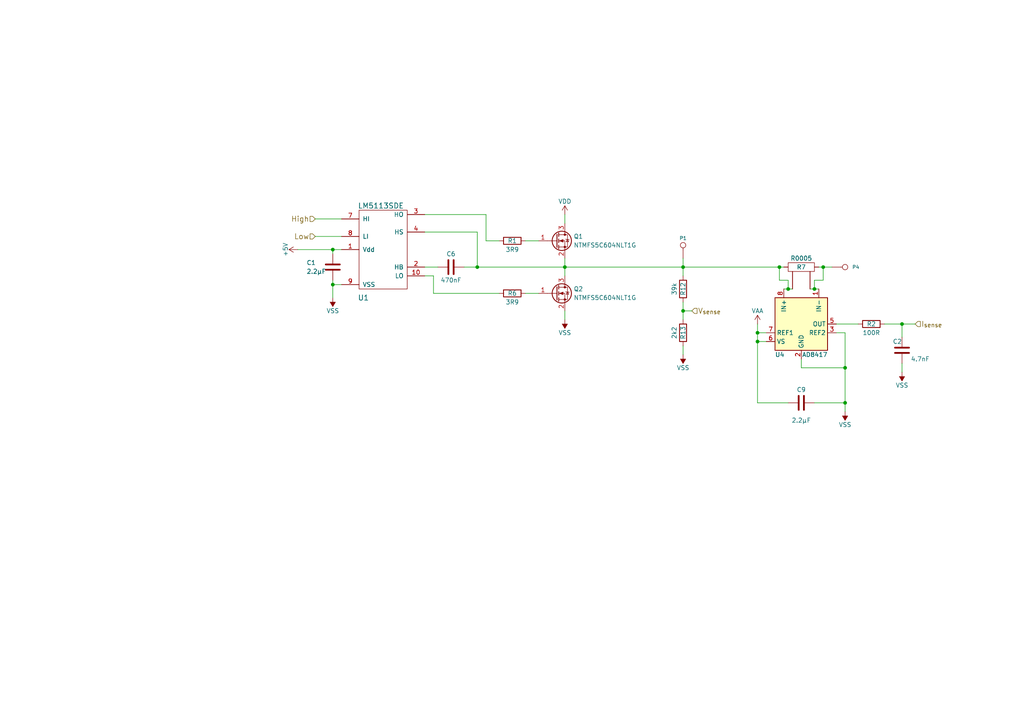
<source format=kicad_sch>
(kicad_sch (version 20230121) (generator eeschema)
  (paper "A4")
  (lib_symbols
    (symbol "Amplifier_Current:AD8417"
      (property "Reference" "U" (at -7.62 10.795 0))
      (property "Value" "AD8417" (at -7.62 8.89 0))
      (symbol "AD8417_0_1"
        (rectangle (start -7.62 7.62) (end 7.62 -7.62) (stroke (width 0.254)) (fill (type background)))
      )
      (symbol "AD8417_1_1"
        (pin input line (at 5.08 10.16 270) (length 2.54) (name "IN-") (number "1"))
        (pin power_in line (at 0 -10.16 90) (length 2.54) (name "GND") (number "2"))
        (pin input line (at 10.16 -2.54 180) (length 2.54) (name "REF2") (number "3"))
        (pin no_connect line (at 2.54 -7.62 90) (length 2.54) hide (name "NC") (number "4"))
        (pin output line (at 10.16 0 180) (length 2.54) (name "OUT") (number "5"))
        (pin power_in line (at -10.16 -5.08 0) (length 2.54) (name "VS") (number "6"))
        (pin input line (at -10.16 -2.54 0) (length 2.54) (name "REF1") (number "7"))
        (pin input line (at -5.08 10.16 270) (length 2.54) (name "IN+") (number "8"))
      )
    )
    (symbol "Device:C" (pin_numbers hide) (pin_names (offset 0.254))
      (property "Reference" "C" (at 0.635 2.54 0))
      (property "Value" "C" (at 0.635 -2.54 0))
      (symbol "C_0_1"
        (polyline (pts (xy -2.032 -0.762) (xy 2.032 -0.762)) (stroke (width 0.508)))
        (polyline (pts (xy -2.032 0.762) (xy 2.032 0.762)) (stroke (width 0.508)))
      )
      (symbol "C_1_1"
        (pin passive line (at 0 3.81 270) (length 2.794) (name "~") (number "1"))
        (pin passive line (at 0 -3.81 90) (length 2.794) (name "~") (number "2"))
      )
    )
    (symbol "Device:Q_NMOS_GSD" (pin_names (offset 0) hide)
      (property "Reference" "Q" (at 5.08 1.27 0))
      (property "Value" "Q_NMOS_GSD" (at 5.08 -1.27 0))
      (symbol "Q_NMOS_GSD_0_1"
        (polyline (pts (xy 0.254 0) (xy -2.54 0)))
        (polyline (pts (xy 0.254 1.905) (xy 0.254 -1.905)) (stroke (width 0.254)))
        (polyline (pts (xy 0.762 -1.27) (xy 0.762 -2.286)) (stroke (width 0.254)))
        (polyline (pts (xy 0.762 0.508) (xy 0.762 -0.508)) (stroke (width 0.254)))
        (polyline (pts (xy 0.762 2.286) (xy 0.762 1.27)) (stroke (width 0.254)))
        (polyline (pts (xy 2.54 2.54) (xy 2.54 1.778)))
        (polyline (pts (xy 2.54 -2.54) (xy 2.54 0) (xy 0.762 0)))
        (polyline (pts (xy 0.762 -1.778) (xy 3.302 -1.778) (xy 3.302 1.778) (xy 0.762 1.778)))
        (polyline (pts (xy 1.016 0) (xy 2.032 0.381) (xy 2.032 -0.381) (xy 1.016 0)) (fill (type outline)))
        (polyline (pts (xy 2.794 0.508) (xy 2.921 0.381) (xy 3.683 0.381) (xy 3.81 0.254)))
        (polyline (pts (xy 3.302 0.381) (xy 2.921 -0.254) (xy 3.683 -0.254) (xy 3.302 0.381)))
        (circle (center 1.651 0) (radius 2.794) (stroke (width 0.254)))
        (circle (center 2.54 -1.778) (radius 0.254) (fill (type outline)))
        (circle (center 2.54 1.778) (radius 0.254) (fill (type outline)))
      )
      (symbol "Q_NMOS_GSD_1_1"
        (pin input line (at -5.08 0 0) (length 2.54) (name "G") (number "1"))
        (pin passive line (at 2.54 -5.08 90) (length 2.54) (name "S") (number "2"))
        (pin passive line (at 2.54 5.08 270) (length 2.54) (name "D") (number "3"))
      )
    )
    (symbol "Device:R" (pin_numbers hide) (pin_names (offset 0))
      (property "Reference" "R" (at 2.032 0 90))
      (property "Value" "R" (at 0 0 90))
      (symbol "R_0_1"
        (rectangle (start -1.016 -2.54) (end 1.016 2.54) (stroke (width 0.254)))
      )
      (symbol "R_1_1"
        (pin passive line (at 0 3.81 270) (length 1.27) (name "~") (number "1"))
        (pin passive line (at 0 -3.81 90) (length 1.27) (name "~") (number "2"))
      )
    )
    (symbol "MINI VESC-rescue:CONN_1-RESCUE-MINI_VESC" (pin_numbers hide) (pin_names (offset 0.762) hide)
      (property "Reference" "P" (at 2.032 0 0))
      (symbol "CONN_1-RESCUE-MINI_VESC_0_1"
        (polyline (pts (xy -0.762 0) (xy -1.27 0)))
        (circle (center 0 0) (radius 0.7874))
      )
      (symbol "CONN_1-RESCUE-MINI_VESC_1_1"
        (pin passive line (at -3.81 0 0) (length 2.54) (name "1") (number "1"))
      )
    )
    (symbol "MINI VESC-rescue:LM5001-RESCUE-MINI_VESC" (pin_names (offset 1.016))
      (property "Reference" "U" (at 0 -10.16 0))
      (property "Value" "LM5001-RESCUE-MINI_VESC" (at 0 12.7 0))
      (symbol "LM5001-RESCUE-MINI_VESC_0_1"
        (rectangle (start -6.35 -11.43) (end 7.62 11.43))
      )
      (symbol "LM5001-RESCUE-MINI_VESC_1_1"
        (pin input line (at -11.43 0 0) (length 5.08) (name "Vdd") (number "1"))
        (pin input line (at 12.7 -7.62 180) (length 5.08) (name "LO") (number "10"))
        (pin input line (at 12.7 -5.08 180) (length 5.08) (name "HB") (number "2"))
        (pin input line (at 12.7 10.16 180) (length 5.08) (name "HO") (number "3"))
        (pin input line (at 12.7 5.08 180) (length 5.08) (name "HS") (number "4"))
        (pin input line (at -11.43 8.89 0) (length 5.08) (name "HI") (number "7"))
        (pin input line (at -11.43 3.81 0) (length 5.08) (name "LI") (number "8"))
        (pin input line (at -11.43 -10.16 0) (length 5.08) (name "VSS") (number "9"))
      )
    )
    (symbol "MINI VESC-rescue:RSENS-RESCUE-MINI_VESC" (pin_numbers hide) (pin_names (offset 0))
      (property "Reference" "R" (at 2.032 0 90))
      (property "Value" "RSENS-RESCUE-MINI_VESC" (at 0 0 90))
      (symbol "RSENS-RESCUE-MINI_VESC_0_1"
        (rectangle (start -1.27 -3.81) (end 1.27 3.81))
      )
      (symbol "RSENS-RESCUE-MINI_VESC_1_1"
        (pin passive line (at 0 5.08 270) (length 1.27) (name "~") (number "1"))
        (pin passive line (at 0 -5.08 90) (length 1.27) (name "~") (number "2"))
        (pin output line (at 6.35 2.54 180) (length 5.08) (name "~") (number "3"))
        (pin output line (at 6.35 -2.54 180) (length 5.08) (name "~") (number "4"))
      )
    )
    (symbol "Power:+5V" (power) (pin_names (offset 0))
      (property "Value" "+5V" (at 0 3.556 0))
      (symbol "+5V_0_1"
        (polyline (pts (xy -0.762 1.27) (xy 0 2.54)))
        (polyline (pts (xy 0 0) (xy 0 2.54)))
        (polyline (pts (xy 0 2.54) (xy 0.762 1.27)))
      )
      (symbol "+5V_1_1"
        (pin power_in line (at 0 0 90) (length 0) hide (name "+5V") (number "1"))
      )
    )
    (symbol "Power:VAA" (power) (pin_names (offset 0))
      (property "Value" "VAA" (at 0 3.81 0))
      (symbol "VAA_0_1"
        (polyline (pts (xy -0.762 1.27) (xy 0 2.54)))
        (polyline (pts (xy 0 0) (xy 0 2.54)))
        (polyline (pts (xy 0 2.54) (xy 0.762 1.27)))
      )
      (symbol "VAA_1_1"
        (pin power_in line (at 0 0 90) (length 0) hide (name "VAA") (number "1"))
      )
    )
    (symbol "Power:VDD" (power) (pin_names (offset 0))
      (property "Value" "VDD" (at 0 3.81 0))
      (symbol "VDD_0_1"
        (polyline (pts (xy -0.762 1.27) (xy 0 2.54)))
        (polyline (pts (xy 0 0) (xy 0 2.54)))
        (polyline (pts (xy 0 2.54) (xy 0.762 1.27)))
      )
      (symbol "VDD_1_1"
        (pin power_in line (at 0 0 90) (length 0) hide (name "VDD") (number "1"))
      )
    )
    (symbol "Power:VSS" (power) (pin_names (offset 0))
      (property "Value" "VSS" (at 0 3.81 0))
      (symbol "VSS_0_1"
        (polyline (pts (xy 0 0) (xy 0 2.54)))
        (polyline (pts (xy 0.762 1.27) (xy -0.762 1.27) (xy 0 2.54) (xy 0.762 1.27)) (fill (type outline)))
      )
      (symbol "VSS_1_1"
        (pin power_in line (at 0 0 90) (length 0) hide (name "VSS") (number "1"))
      )
    )
  )
  (junction (at 238.76 77.47))
  (junction (at 96.52 72.39))
  (junction (at 261.62 93.98))
  (junction (at 236.22 83.82))
  (junction (at 228.6 83.82))
  (junction (at 163.83 77.47))
  (junction (at 96.52 82.55))
  (junction (at 198.12 90.17))
  (junction (at 138.43 77.47))
  (junction (at 219.71 96.52))
  (junction (at 245.11 116.84))
  (junction (at 226.06 77.47))
  (junction (at 219.71 99.06))
  (junction (at 245.11 106.68))
  (junction (at 198.12 77.47))
  (wire (pts (xy 245.11 119.38) (xy 245.11 116.84)))
  (wire (pts (xy 96.52 82.55) (xy 99.06 82.55)))
  (wire (pts (xy 228.6 81.28) (xy 226.06 81.28)))
  (wire (pts (xy 198.12 90.17) (xy 198.12 92.71)))
  (wire (pts (xy 245.11 96.52) (xy 245.11 106.68)))
  (wire (pts (xy 96.52 81.28) (xy 96.52 82.55)))
  (wire (pts (xy 219.71 96.52) (xy 222.25 96.52)))
  (wire (pts (xy 232.41 106.68) (xy 245.11 106.68)))
  (wire (pts (xy 152.4 85.09) (xy 156.21 85.09)))
  (wire (pts (xy 96.52 72.39) (xy 96.52 73.66)))
  (wire (pts (xy 219.71 116.84) (xy 228.6 116.84)))
  (wire (pts (xy 245.11 106.68) (xy 245.11 116.84)))
  (wire (pts (xy 123.19 67.31) (xy 138.43 67.31)))
  (wire (pts (xy 261.62 105.41) (xy 261.62 107.95)))
  (wire (pts (xy 228.6 83.82) (xy 228.6 81.28)))
  (wire (pts (xy 152.4 69.85) (xy 156.21 69.85)))
  (wire (pts (xy 219.71 93.98) (xy 219.71 96.52)))
  (wire (pts (xy 236.22 81.28) (xy 238.76 81.28)))
  (wire (pts (xy 140.97 69.85) (xy 144.78 69.85)))
  (wire (pts (xy 226.06 77.47) (xy 227.33 77.47)))
  (wire (pts (xy 238.76 81.28) (xy 238.76 77.47)))
  (wire (pts (xy 91.44 68.58) (xy 99.06 68.58)))
  (wire (pts (xy 261.62 93.98) (xy 256.54 93.98)))
  (wire (pts (xy 198.12 100.33) (xy 198.12 102.87)))
  (wire (pts (xy 140.97 69.85) (xy 140.97 62.23)))
  (wire (pts (xy 245.11 96.52) (xy 242.57 96.52)))
  (wire (pts (xy 96.52 72.39) (xy 99.06 72.39)))
  (wire (pts (xy 236.22 83.82) (xy 236.22 81.28)))
  (wire (pts (xy 163.83 77.47) (xy 198.12 77.47)))
  (wire (pts (xy 86.36 72.39) (xy 96.52 72.39)))
  (wire (pts (xy 198.12 87.63) (xy 198.12 90.17)))
  (wire (pts (xy 219.71 96.52) (xy 219.71 99.06)))
  (wire (pts (xy 163.83 74.93) (xy 163.83 77.47)))
  (wire (pts (xy 163.83 90.17) (xy 163.83 92.71)))
  (wire (pts (xy 228.6 83.82) (xy 229.87 83.82)))
  (wire (pts (xy 219.71 99.06) (xy 219.71 116.84)))
  (wire (pts (xy 261.62 93.98) (xy 265.43 93.98)))
  (wire (pts (xy 138.43 77.47) (xy 163.83 77.47)))
  (wire (pts (xy 236.22 116.84) (xy 245.11 116.84)))
  (wire (pts (xy 236.22 83.82) (xy 237.49 83.82)))
  (wire (pts (xy 242.57 93.98) (xy 248.92 93.98)))
  (wire (pts (xy 125.73 85.09) (xy 144.78 85.09)))
  (wire (pts (xy 261.62 93.98) (xy 261.62 97.79)))
  (wire (pts (xy 125.73 80.01) (xy 125.73 85.09)))
  (wire (pts (xy 198.12 77.47) (xy 198.12 80.01)))
  (wire (pts (xy 123.19 77.47) (xy 127 77.47)))
  (wire (pts (xy 237.49 77.47) (xy 238.76 77.47)))
  (wire (pts (xy 138.43 67.31) (xy 138.43 77.47)))
  (wire (pts (xy 238.76 77.47) (xy 241.3 77.47)))
  (wire (pts (xy 198.12 77.47) (xy 226.06 77.47)))
  (wire (pts (xy 91.44 63.5) (xy 99.06 63.5)))
  (wire (pts (xy 123.19 80.01) (xy 125.73 80.01)))
  (wire (pts (xy 227.33 83.82) (xy 228.6 83.82)))
  (wire (pts (xy 163.83 77.47) (xy 163.83 80.01)))
  (wire (pts (xy 232.41 104.14) (xy 232.41 106.68)))
  (wire (pts (xy 219.71 99.06) (xy 222.25 99.06)))
  (wire (pts (xy 198.12 90.17) (xy 200.66 90.17)))
  (wire (pts (xy 134.62 77.47) (xy 138.43 77.47)))
  (wire (pts (xy 198.12 74.93) (xy 198.12 77.47)))
  (wire (pts (xy 234.95 83.82) (xy 236.22 83.82)))
  (wire (pts (xy 96.52 82.55) (xy 96.52 86.36)))
  (wire (pts (xy 226.06 81.28) (xy 226.06 77.47)))
  (wire (pts (xy 163.83 62.23) (xy 163.83 64.77)))
  (wire (pts (xy 140.97 62.23) (xy 123.19 62.23)))
  (hierarchical_label "V_{sense}" (shape input) (at 200.66 90.17 0) (effects (font (size 1.524 1.524))))
  (hierarchical_label "Low" (shape input) (at 91.44 68.58 180) (effects (font (size 1.524 1.524))))
  (hierarchical_label "I_{sense}" (shape input) (at 265.43 93.98 0) (effects (font (size 1.524 1.524))))
  (hierarchical_label "High" (shape input) (at 91.44 63.5 180) (effects (font (size 1.524 1.524))))
  (symbol (lib_id "Device:R") (at 252.73 93.98 90) (unit 1)
    (property "Reference" "R2" (at 252.73 93.98 90))
    (property "Value" "100R" (at 252.73 96.52 90))
    (property "Footprint" "Resistor_SMD:R_0603_1608Metric" (effects hide))
    (instances (project "MINI VESC" (path "" (reference "R2") (unit 1)) (path "" (reference "R3") (unit 1)) (path "" (reference "R8") (unit 1))))
  )
  (symbol (lib_id "Device:R") (at 148.59 69.85 270) (unit 1)
    (property "Reference" "R1" (at 148.59 69.85 90))
    (property "Value" "3R9" (at 148.59 72.39 90))
    (property "Footprint" "Resistor_SMD:R_0603_1608Metric" (effects hide))
  )
  (symbol (lib_id "Power:VDD") (at 163.83 62.23 0) (unit 1)
    (property "Reference" "#PWR09" (effects hide))
    (property "Value" "VDD" (at 163.83 58.42 0))
  )
  (symbol (lib_id "MINI VESC-rescue:LM5001-RESCUE-MINI_VESC") (at 110.49 72.39 0) (unit 1)
    (property "Reference" "U1" (at 105.41 86.36 0) (effects (font (size 1.524 1.524))))
    (property "Value" "LM5113SDE" (at 110.49 59.69 0) (effects (font (size 1.524 1.524))))
    (property "Footprint" "kicad_subory:WSON10__" (effects hide))
  )
  (symbol (lib_id "Power:VSS") (at 261.62 107.95 180) (unit 1)
    (property "Reference" "#PWR01" (effects hide))
    (property "Value" "VSS" (at 261.62 111.76 0))
    (instances (project "MINI VESC" (path "" (reference "#PWR01") (unit 1)) (path "" (reference "#PWR02") (unit 1)) (path "" (reference "#PWR03") (unit 1))))
  )
  (symbol (lib_id "Amplifier_Current:AD8417") (at 232.41 93.98 0) (unit 1)
    (property "Reference" "U4" (at 224.79 102.87 0) (effects (justify left)))
    (property "Value" "AD8417" (at 240.03 102.87 0) (effects (justify right)))
    (property "Footprint" "Package_SO:MSOP-8_3x3mm_P0.65mm" (effects hide))
    (property "Datasheet" "https://www.analog.com/media/en/technical-documentation/data-sheets/AD8417.pdf" (effects hide))
  )
  (symbol (lib_id "MINI VESC-rescue:RSENS-RESCUE-MINI_VESC") (at 232.41 77.47 270) (unit 1)
    (property "Reference" "R7" (at 232.41 77.47 90))
    (property "Value" "R0005" (at 232.41 74.93 90))
    (property "Footprint" "mojaKniznica:2512Rv2" (effects hide))
  )
  (symbol (lib_id "Power:VSS") (at 163.83 92.71 180) (unit 1)
    (property "Reference" "#PWR012" (effects hide))
    (property "Value" "VSS" (at 163.83 96.52 0))
  )
  (symbol (lib_id "Power:VSS") (at 96.52 86.36 180) (unit 1)
    (property "Reference" "#PWR08" (effects hide))
    (property "Value" "VSS" (at 96.52 90.17 0))
  )
  (symbol (lib_id "Device:R") (at 198.12 83.82 180) (unit 1)
    (property "Reference" "R12" (at 198.12 83.82 90))
    (property "Value" "39k" (at 195.58 83.82 90))
    (property "Footprint" "Resistor_SMD:R_0603_1608Metric" (effects hide))
  )
  (symbol (lib_id "Device:Q_NMOS_GSD") (at 161.29 85.09 0) (unit 1)
    (property "Reference" "Q2" (at 166.37 83.82 0) (effects (justify left)))
    (property "Value" "NTMFS5C604NLT1G" (at 166.37 86.36 0) (effects (justify left)))
    (property "Footprint" "kicad_subory:DFN5" (effects hide))
  )
  (symbol (lib_id "Device:R") (at 198.12 96.52 180) (unit 1)
    (property "Reference" "R13" (at 198.12 96.52 90))
    (property "Value" "2k2" (at 195.58 96.52 90))
    (property "Footprint" "Resistor_SMD:R_0603_1608Metric" (effects hide))
  )
  (symbol (lib_id "Device:C") (at 261.62 101.6 180) (unit 1)
    (property "Reference" "C2" (at 261.62 99.06 0) (effects (justify left)))
    (property "Value" "4.7nF" (at 264.16 104.14 0) (effects (justify right)))
    (property "Footprint" "Capacitor_SMD:C_0603_1608Metric" (effects hide))
    (instances (project "MINI VESC" (path "" (reference "C2") (unit 1)) (path "" (reference "C3") (unit 1)) (path "" (reference "C7") (unit 1))))
  )
  (symbol (lib_id "Device:C") (at 130.81 77.47 90) (unit 1)
    (property "Reference" "C6" (at 130.81 73.66 90))
    (property "Value" "470nF" (at 130.81 81.28 90))
    (property "Footprint" "Capacitor_SMD:C_0603_1608Metric" (effects hide))
  )
  (symbol (lib_id "Power:VSS") (at 198.12 102.87 180) (unit 1)
    (property "Reference" "#PWR015" (effects hide))
    (property "Value" "VSS" (at 198.12 106.68 0))
  )
  (symbol (lib_id "Power:VSS") (at 245.11 119.38 180) (unit 1)
    (property "Reference" "#PWR014" (effects hide))
    (property "Value" "VSS" (at 245.11 123.19 0))
  )
  (symbol (lib_id "Device:Q_NMOS_GSD") (at 161.29 69.85 0) (unit 1)
    (property "Reference" "Q1" (at 166.37 68.58 0) (effects (justify left)))
    (property "Value" "NTMFS5C604NLT1G" (at 166.37 71.12 0) (effects (justify left)))
    (property "Footprint" "kicad_subory:DFN5" (effects hide))
  )
  (symbol (lib_id "MINI VESC-rescue:CONN_1-RESCUE-MINI_VESC") (at 198.12 71.12 90) (unit 1)
    (property "Reference" "P1" (at 198.12 69.088 90) (effects (font (size 1.016 1.016))))
    (property "Value" "CONN_1" (effects hide))
    (property "Footprint" "kicad_subory:prekov" (effects hide))
  )
  (symbol (lib_id "Device:C") (at 96.52 77.47 0) (unit 1)
    (property "Reference" "C1" (at 88.9 76.2 0) (effects (justify left)))
    (property "Value" "2.2µF" (at 88.9 78.74 0) (effects (justify left)))
    (property "Footprint" "Capacitor_SMD:C_0603_1608Metric" (effects hide))
  )
  (symbol (lib_id "MINI VESC-rescue:CONN_1-RESCUE-MINI_VESC") (at 245.11 77.47 0) (unit 1)
    (property "Reference" "P4" (at 247.142 77.47 0) (effects (font (size 1.016 1.016)) (justify left)))
    (property "Value" "CONN_1" (effects hide))
    (property "Footprint" "kicad_subory:prekov" (effects hide))
  )
  (symbol (lib_id "Device:C") (at 232.41 116.84 270) (unit 1)
    (property "Reference" "C9" (at 232.41 113.03 90))
    (property "Value" "2.2µF" (at 232.41 121.92 90))
    (property "Footprint" "Capacitor_SMD:C_0603_1608Metric" (effects hide))
  )
  (symbol (lib_id "Power:+5V") (at 86.36 72.39 90) (unit 1)
    (property "Reference" "#PWR07" (effects hide))
    (property "Value" "+5V" (at 82.804 72.39 0))
  )
  (symbol (lib_id "Device:R") (at 148.59 85.09 90) (unit 1)
    (property "Reference" "R6" (at 148.59 85.09 90))
    (property "Value" "3R9" (at 148.59 87.63 90))
    (property "Footprint" "Resistor_SMD:R_0603_1608Metric" (effects hide))
  )
  (symbol (lib_id "Power:VAA") (at 219.71 93.98 0) (unit 1)
    (property "Reference" "#PWR013" (effects hide))
    (property "Value" "VAA" (at 219.71 90.17 0))
  )
)
</source>
